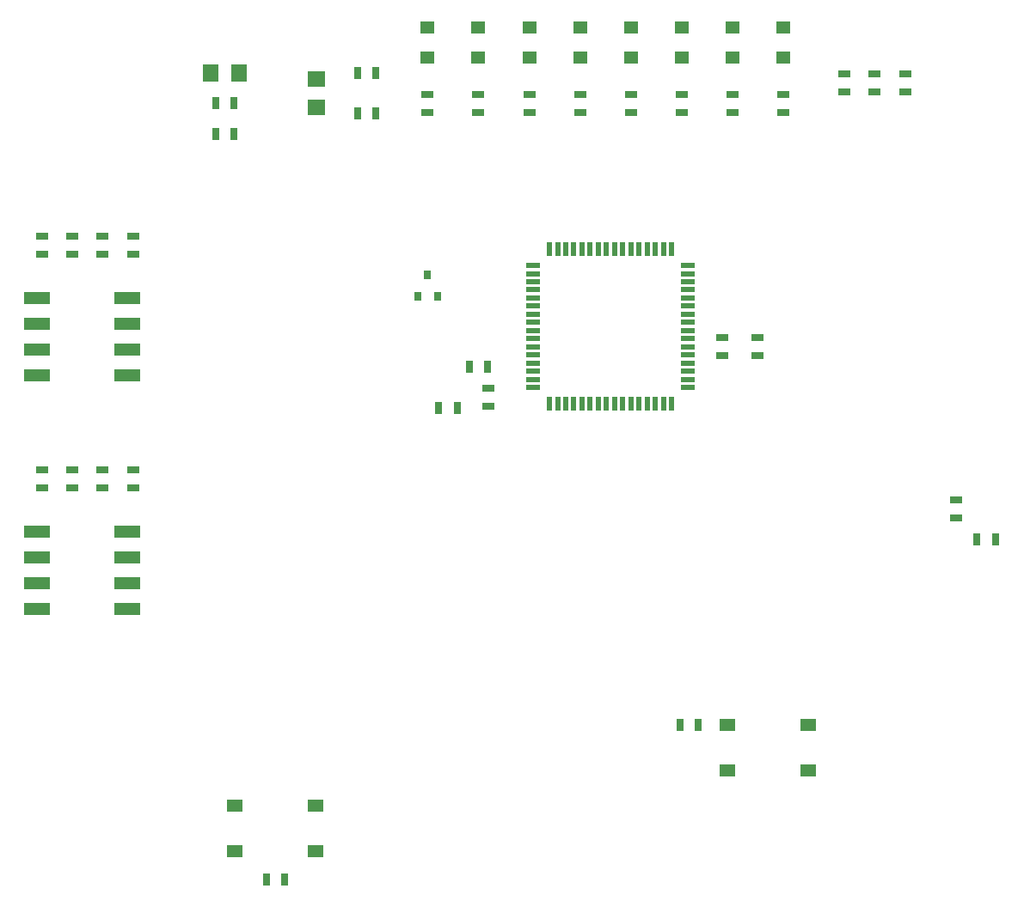
<source format=gtp>
G75*
G70*
%OFA0B0*%
%FSLAX24Y24*%
%IPPOS*%
%LPD*%
%AMOC8*
5,1,8,0,0,1.08239X$1,22.5*
%
%ADD10R,0.0315X0.0472*%
%ADD11R,0.0472X0.0315*%
%ADD12R,0.1000X0.0500*%
%ADD13R,0.0551X0.0472*%
%ADD14R,0.0200X0.0580*%
%ADD15R,0.0580X0.0200*%
%ADD16R,0.0315X0.0354*%
%ADD17R,0.0610X0.0512*%
%ADD18R,0.0630X0.0709*%
%ADD19R,0.0709X0.0630*%
D10*
X014393Y011512D03*
X015101Y011512D03*
X030436Y017516D03*
X031145Y017516D03*
X041952Y024701D03*
X042660Y024701D03*
X022975Y031394D03*
X022267Y031394D03*
X021794Y029819D03*
X021086Y029819D03*
X013133Y040449D03*
X012424Y040449D03*
X012424Y041630D03*
X013133Y041630D03*
X017936Y041236D03*
X018645Y041236D03*
X018645Y042811D03*
X017936Y042811D03*
D11*
X020652Y041984D03*
X020652Y041276D03*
X022621Y041276D03*
X022621Y041984D03*
X024589Y041984D03*
X024589Y041276D03*
X026558Y041276D03*
X026558Y041984D03*
X028526Y041984D03*
X028526Y041276D03*
X030495Y041276D03*
X030495Y041984D03*
X032463Y041984D03*
X032463Y041276D03*
X034432Y041276D03*
X034432Y041984D03*
X036794Y042063D03*
X036794Y042772D03*
X037975Y042772D03*
X037975Y042063D03*
X039156Y042063D03*
X039156Y042772D03*
X033448Y032535D03*
X033448Y031827D03*
X032070Y031827D03*
X032070Y032535D03*
X023015Y030567D03*
X023015Y029858D03*
X009235Y027417D03*
X009235Y026709D03*
X008054Y026709D03*
X008054Y027417D03*
X006873Y027417D03*
X006873Y026709D03*
X005692Y026709D03*
X005692Y027417D03*
X005692Y035764D03*
X005692Y036472D03*
X006873Y036472D03*
X006873Y035764D03*
X008054Y035764D03*
X008054Y036472D03*
X009235Y036472D03*
X009235Y035764D03*
X041125Y026236D03*
X041125Y025528D03*
D12*
X009017Y025020D03*
X009017Y024020D03*
X009017Y023020D03*
X009017Y022020D03*
X005517Y022020D03*
X005517Y023020D03*
X005517Y024020D03*
X005517Y025020D03*
X005517Y031075D03*
X005517Y032075D03*
X005517Y033075D03*
X005517Y034075D03*
X009017Y034075D03*
X009017Y033075D03*
X009017Y032075D03*
X009017Y031075D03*
D13*
X020652Y043402D03*
X020652Y044583D03*
X022621Y044583D03*
X022621Y043402D03*
X024589Y043402D03*
X024589Y044583D03*
X026558Y044583D03*
X026558Y043402D03*
X028526Y043402D03*
X028526Y044583D03*
X030495Y044583D03*
X030495Y043402D03*
X032463Y043402D03*
X032463Y044583D03*
X034432Y044583D03*
X034432Y043402D03*
D14*
X030099Y035969D03*
X029789Y035969D03*
X029469Y035969D03*
X029159Y035969D03*
X028839Y035969D03*
X028529Y035969D03*
X028209Y035969D03*
X027899Y035969D03*
X027579Y035969D03*
X027269Y035969D03*
X026949Y035969D03*
X026639Y035969D03*
X026319Y035969D03*
X026009Y035969D03*
X025689Y035969D03*
X025379Y035969D03*
X025379Y029969D03*
X025689Y029969D03*
X026009Y029969D03*
X026319Y029969D03*
X026639Y029969D03*
X026949Y029969D03*
X027269Y029969D03*
X027579Y029969D03*
X027899Y029969D03*
X028209Y029969D03*
X028529Y029969D03*
X028839Y029969D03*
X029159Y029969D03*
X029469Y029969D03*
X029789Y029969D03*
X030099Y029969D03*
D15*
X030739Y030609D03*
X030739Y030919D03*
X030739Y031239D03*
X030739Y031549D03*
X030739Y031869D03*
X030739Y032179D03*
X030739Y032499D03*
X030739Y032809D03*
X030739Y033129D03*
X030739Y033439D03*
X030739Y033759D03*
X030739Y034069D03*
X030739Y034389D03*
X030739Y034699D03*
X030739Y035019D03*
X030739Y035329D03*
X024739Y035329D03*
X024739Y035019D03*
X024739Y034699D03*
X024739Y034389D03*
X024739Y034069D03*
X024739Y033759D03*
X024739Y033439D03*
X024739Y033129D03*
X024739Y032809D03*
X024739Y032499D03*
X024739Y032179D03*
X024739Y031869D03*
X024739Y031549D03*
X024739Y031239D03*
X024739Y030919D03*
X024739Y030609D03*
D16*
X021026Y034150D03*
X020278Y034150D03*
X020652Y034976D03*
D17*
X032276Y017516D03*
X032276Y015744D03*
X035406Y015744D03*
X035406Y017516D03*
X016312Y014366D03*
X016312Y012594D03*
X013182Y012594D03*
X013182Y014366D03*
D18*
X013330Y042811D03*
X012227Y042811D03*
D19*
X016322Y042575D03*
X016322Y041472D03*
M02*

</source>
